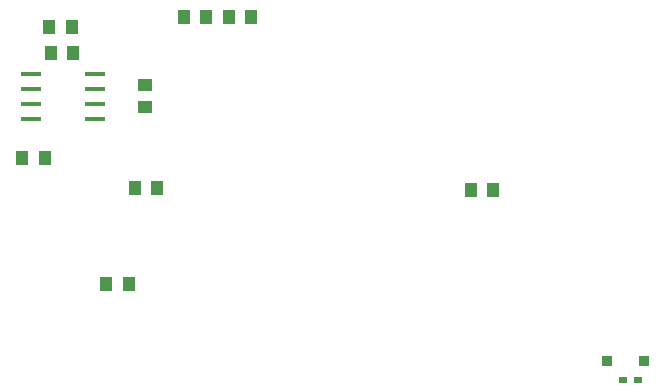
<source format=gbp>
G04 DipTrace 3.0.0.2*
G04 TeensyArbotixProRPIV0.2.gbp*
%MOIN*%
G04 #@! TF.FileFunction,Paste,Bot*
G04 #@! TF.Part,Single*
%ADD40R,0.035433X0.037402*%
%ADD76R,0.070866X0.015748*%
%ADD90R,0.027559X0.019685*%
%ADD114R,0.051181X0.043307*%
%ADD120R,0.043307X0.051181*%
%FSLAX26Y26*%
G04*
G70*
G90*
G75*
G01*
G04 BotPaste*
%LPD*%
D120*
X1273701Y1648562D3*
X1198898D3*
D114*
X1233701Y1993701D3*
Y1918898D3*
D120*
X898701Y1748701D3*
X823898D3*
D40*
X2896054Y1071992D3*
X2772038D3*
D90*
X2875649Y1010104D3*
X2824467D3*
D120*
X1178701Y1328701D3*
X1103898D3*
X1511299Y2218701D3*
X1586103D3*
X1436103D3*
X1361299D3*
X2393504Y1643701D3*
X2318701D3*
X988701Y2187063D3*
X913898D3*
X918701Y2098701D3*
X993504D3*
D76*
X853701Y1878701D3*
Y1928701D3*
Y1978701D3*
Y2028701D3*
X1066299D3*
Y1978701D3*
Y1928701D3*
Y1878701D3*
M02*

</source>
